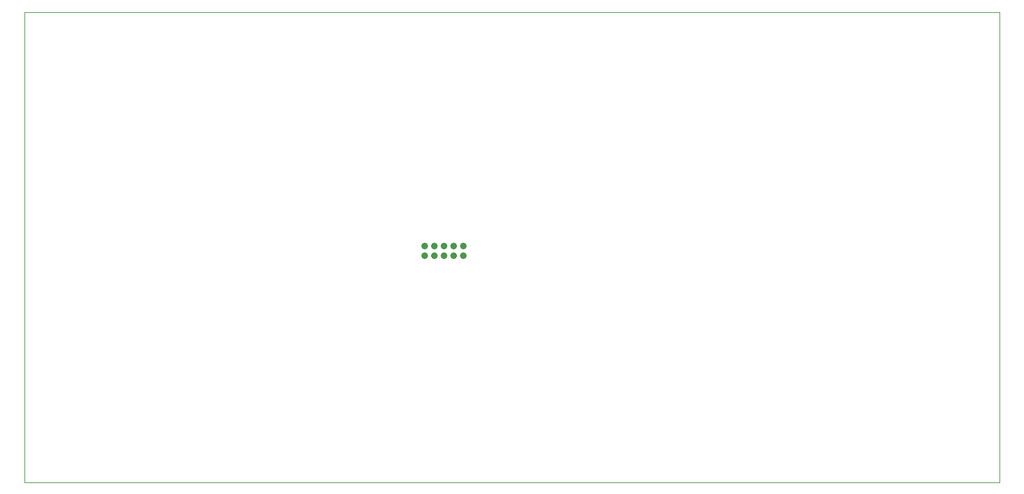
<source format=gbr>
G70*
%FSLAX55Y55*%
%ADD11C,0.00100*%
%ADD12C,0.03543*%
D11*
X196900Y196900D02*
X701231Y196900D01*
X701231Y440207*
X196900Y440207*
X196900Y196900*
D12*
X404026Y314085D03*
X409026Y314085D03*
X414026Y314085D03*
X419026Y314085D03*
X424026Y314085D03*
X424026Y319085D03*
X419026Y319085D03*
X414026Y319085D03*
X409026Y319085D03*
X404026Y319085D03*
M02*

</source>
